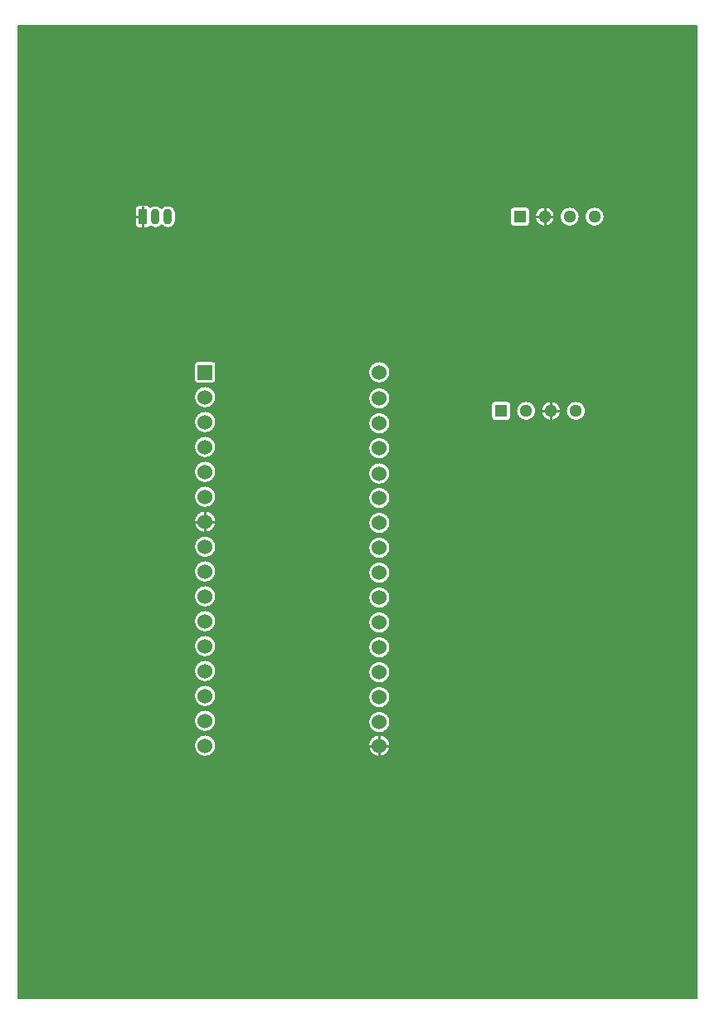
<source format=gbl>
G04 Layer: BottomLayer*
G04 EasyEDA Pro v2.1.59.0ce47373.225d47, 2024-05-28 20:03:57*
G04 Gerber Generator version 0.3*
G04 Scale: 100 percent, Rotated: No, Reflected: No*
G04 Dimensions in millimeters*
G04 Leading zeros omitted, absolute positions, 3 integers and 5 decimals*
%FSLAX35Y35*%
%MOMM*%
%ADD8191C,0.2032*%
%ADD10C,0.254*%
%ADD11O,0.9X1.6*%
%ADD12R,0.9X1.6*%
%ADD13R,1.524X1.524*%
%ADD14C,1.524*%
%ADD15C,1.2954*%
%ADD16R,1.3098X1.2954*%
%ADD17R,1.2954X1.2954*%
G75*


G04 Copper Start*
G36*
G01X-35814Y9964186D02*
G01X-35814Y35814D01*
G01X-6964186D01*
G01Y9964186D01*
G01X-35814D01*
G37*
%LPC*%
G36*
G01X-5644600Y7897886D02*
G03X-5613504Y7915933I0J35814D01*
G03X-5562600Y7897886I50904J62767D01*
G03X-5499100Y7928714I0J80814D01*
G03X-5435600Y7897886I63500J49986D01*
G03X-5354786Y7978700I0J80814D01*
G01Y8048700D01*
G03X-5435600Y8129514I-80814J0D01*
G03X-5499100Y8098686I0J-80814D01*
G03X-5562600Y8129514I-63500J-49986D01*
G03X-5613504Y8111467I0J-80814D01*
G03X-5644600Y8129514I-31096J-17767D01*
G01X-5734600D01*
G03X-5770414Y8093700I0J-35814D01*
G01Y7933700D01*
G03X-5734600Y7897886I35814J0D01*
G01X-5644600D01*
G37*
G36*
G01X-5166614Y6350000D02*
G03X-5130800Y6314186I35814J0D01*
G01X-4978400D01*
G03X-4942586Y6350000I0J35814D01*
G01Y6502400D01*
G03X-4978400Y6538214I-35814J0D01*
G01X-5130800D01*
G03X-5166614Y6502400I0J-35814D01*
G01Y6350000D01*
G37*
G36*
G01X-3276600Y6314186D02*
G03X-3164586Y6426200I0J112014D01*
G03X-3276600Y6538214I-112014J0D01*
G03X-3388614Y6426200I0J-112014D01*
G03X-3276600Y6314186I112014J0D01*
G37*
G36*
G01X-5166614Y2870200D02*
G03X-5054600Y2758186I112014J0D01*
G03X-4942586Y2870200I0J112014D01*
G03X-5054600Y2982214I-112014J0D01*
G03X-5166614Y2870200I0J-112014D01*
G37*
G36*
G01X-3276600Y2999643D02*
G03X-3164586Y3111657I0J112014D01*
G03X-3276600Y3223671I-112014J0D01*
G03X-3388614Y3111657I0J-112014D01*
G03X-3276600Y2999643I112014J0D01*
G37*
G36*
G01X-5166614Y3124200D02*
G03X-5054600Y3012186I112014J0D01*
G03X-4942586Y3124200I0J112014D01*
G03X-5054600Y3236214I-112014J0D01*
G03X-5166614Y3124200I0J-112014D01*
G37*
G36*
G01X-3276600Y3253643D02*
G03X-3164586Y3365657I0J112014D01*
G03X-3276600Y3477671I-112014J0D01*
G03X-3388614Y3365657I0J-112014D01*
G03X-3276600Y3253643I112014J0D01*
G37*
G36*
G01X-5054600Y3266186D02*
G03X-4942586Y3378200I0J112014D01*
G03X-5054600Y3490214I-112014J0D01*
G03X-5166614Y3378200I0J-112014D01*
G03X-5054600Y3266186I112014J0D01*
G37*
G36*
G01X-3276600Y3507643D02*
G03X-3164586Y3619657I0J112014D01*
G03X-3276600Y3731671I-112014J0D01*
G03X-3388614Y3619657I0J-112014D01*
G03X-3276600Y3507643I112014J0D01*
G37*
G36*
G01X-5166614Y3632200D02*
G03X-5054600Y3520186I112014J0D01*
G03X-4942586Y3632200I0J112014D01*
G03X-5054600Y3744214I-112014J0D01*
G03X-5166614Y3632200I0J-112014D01*
G37*
G36*
G01X-3388614Y3873657D02*
G03X-3276600Y3761643I112014J0D01*
G03X-3164586Y3873657I0J112014D01*
G03X-3276600Y3985671I-112014J0D01*
G03X-3388614Y3873657I0J-112014D01*
G37*
G36*
G01X-5166614Y3886200D02*
G03X-5054600Y3774186I112014J0D01*
G03X-4942586Y3886200I0J112014D01*
G03X-5054600Y3998214I-112014J0D01*
G03X-5166614Y3886200I0J-112014D01*
G37*
G36*
G01X-3388614Y4127657D02*
G03X-3276600Y4015643I112014J0D01*
G03X-3164586Y4127657I0J112014D01*
G03X-3276600Y4239671I-112014J0D01*
G03X-3388614Y4127657I0J-112014D01*
G37*
G36*
G01X-5166614Y4140200D02*
G03X-5054600Y4028186I112014J0D01*
G03X-4942586Y4140200I0J112014D01*
G03X-5054600Y4252214I-112014J0D01*
G03X-5166614Y4140200I0J-112014D01*
G37*
G36*
G01X-3388614Y4381657D02*
G03X-3276600Y4269643I112014J0D01*
G03X-3164586Y4381657I0J112014D01*
G03X-3276600Y4493671I-112014J0D01*
G03X-3388614Y4381657I0J-112014D01*
G37*
G36*
G01X-5054600Y4282186D02*
G03X-4942586Y4394200I0J112014D01*
G03X-5054600Y4506214I-112014J0D01*
G03X-5166614Y4394200I0J-112014D01*
G03X-5054600Y4282186I112014J0D01*
G37*
G36*
G01X-3276600Y4523643D02*
G03X-3164586Y4635657I0J112014D01*
G03X-3276600Y4747671I-112014J0D01*
G03X-3388614Y4635657I0J-112014D01*
G03X-3276600Y4523643I112014J0D01*
G37*
G36*
G01X-5054600Y4534012D02*
G03X-4942586Y4646026I0J112014D01*
G03X-5054600Y4758040I-112014J0D01*
G03X-5166614Y4646026I0J-112014D01*
G03X-5054600Y4534012I112014J0D01*
G37*
G36*
G01X-3276600Y4777643D02*
G03X-3164586Y4889657I0J112014D01*
G03X-3276600Y5001671I-112014J0D01*
G03X-3388614Y4889657I0J-112014D01*
G03X-3276600Y4777643I112014J0D01*
G37*
G36*
G01X-5054600Y4790186D02*
G03X-4942586Y4902200I0J112014D01*
G03X-5054600Y5014214I-112014J0D01*
G03X-5166614Y4902200I0J-112014D01*
G03X-5054600Y4790186I112014J0D01*
G37*
G36*
G01X-3388614Y5143657D02*
G03X-3276600Y5031643I112014J0D01*
G03X-3164586Y5143657I0J112014D01*
G03X-3276600Y5255671I-112014J0D01*
G03X-3388614Y5143657I0J-112014D01*
G37*
G36*
G01X-5054600Y5044186D02*
G03X-4942586Y5156200I0J112014D01*
G03X-5054600Y5268214I-112014J0D01*
G03X-5166614Y5156200I0J-112014D01*
G03X-5054600Y5044186I112014J0D01*
G37*
G36*
G01X-3388614Y5393450D02*
G03X-3276600Y5281436I112014J0D01*
G03X-3164586Y5393450I0J112014D01*
G03X-3276600Y5505464I-112014J0D01*
G03X-3388614Y5393450I0J-112014D01*
G37*
G36*
G01X-5054600Y5298186D02*
G03X-4942586Y5410200I0J112014D01*
G03X-5054600Y5522214I-112014J0D01*
G03X-5166614Y5410200I0J-112014D01*
G03X-5054600Y5298186I112014J0D01*
G37*
G36*
G01X-3276600Y5539643D02*
G03X-3164586Y5651657I0J112014D01*
G03X-3276600Y5763671I-112014J0D01*
G03X-3388614Y5651657I0J-112014D01*
G03X-3276600Y5539643I112014J0D01*
G37*
G36*
G01X-5054600Y5552186D02*
G03X-4942586Y5664200I0J112014D01*
G03X-5054600Y5776214I-112014J0D01*
G03X-5166614Y5664200I0J-112014D01*
G03X-5054600Y5552186I112014J0D01*
G37*
G36*
G01X-3276600Y5793643D02*
G03X-3164586Y5905657I0J112014D01*
G03X-3276600Y6017671I-112014J0D01*
G03X-3388614Y5905657I0J-112014D01*
G03X-3276600Y5793643I112014J0D01*
G37*
G36*
G01X-5166614Y5918200D02*
G03X-5054600Y5806186I112014J0D01*
G03X-4942586Y5918200I0J112014D01*
G03X-5054600Y6030214I-112014J0D01*
G03X-5166614Y5918200I0J-112014D01*
G37*
G36*
G01X-3276600Y2745643D02*
G03X-3164586Y2857657I0J112014D01*
G03X-3276600Y2969671I-112014J0D01*
G03X-3388614Y2857657I0J-112014D01*
G03X-3276600Y2745643I112014J0D01*
G37*
G36*
G01X-5166614Y2616200D02*
G03X-5054600Y2504186I112014J0D01*
G03X-4942586Y2616200I0J112014D01*
G03X-5054600Y2728214I-112014J0D01*
G03X-5166614Y2616200I0J-112014D01*
G37*
G36*
G01X-3276600Y6047643D02*
G03X-3164586Y6159657I0J112014D01*
G03X-3276600Y6271671I-112014J0D01*
G03X-3388614Y6159657I0J-112014D01*
G03X-3276600Y6047643I112014J0D01*
G37*
G36*
G01X-5054600Y6060186D02*
G03X-4942586Y6172200I0J112014D01*
G03X-5054600Y6284214I-112014J0D01*
G03X-5166614Y6172200I0J-112014D01*
G03X-5054600Y6060186I112014J0D01*
G37*
G36*
G01X-3276600Y2504186D02*
G03X-3164586Y2616200I0J112014D01*
G03X-3276600Y2728214I-112014J0D01*
G03X-3388614Y2616200I0J-112014D01*
G03X-3276600Y2504186I112014J0D01*
G37*
G36*
G01X-1942084Y7948930D02*
G03X-1906270Y7913116I35814J0D01*
G01X-1776730D01*
G03X-1740916Y7948930I0J35814D01*
G01Y8078470D01*
G03X-1776730Y8114284I-35814J0D01*
G01X-1906270D01*
G03X-1942084Y8078470I0J-35814D01*
G01Y7948930D01*
G37*
G36*
G01X-1270000Y5931916D02*
G03X-1169416Y6032500I0J100584D01*
G03X-1270000Y6133084I-100584J0D01*
G03X-1370584Y6032500I0J-100584D01*
G03X-1270000Y5931916I100584J0D01*
G37*
G36*
G01X-1524000Y5931916D02*
G03X-1423416Y6032500I0J100584D01*
G03X-1524000Y6133084I-100584J0D01*
G03X-1624584Y6032500I0J-100584D01*
G03X-1524000Y5931916I100584J0D01*
G37*
G36*
G01X-1967230Y5931916D02*
G03X-1931416Y5967730I0J35814D01*
G01Y6097270D01*
G03X-1967230Y6133084I-35814J0D01*
G01X-2096770D01*
G03X-2132584Y6097270I0J-35814D01*
G01Y5967730D01*
G03X-2096770Y5931916I35814J0D01*
G01X-1967230D01*
G37*
G36*
G01X-1878584Y6032500D02*
G03X-1778000Y5931916I100584J0D01*
G03X-1677416Y6032500I0J100584D01*
G03X-1778000Y6133084I-100584J0D01*
G03X-1878584Y6032500I0J-100584D01*
G37*
G36*
G01X-1079500Y7913116D02*
G03X-978916Y8013700I0J100584D01*
G03X-1079500Y8114284I-100584J0D01*
G03X-1180084Y8013700I0J-100584D01*
G03X-1079500Y7913116I100584J0D01*
G37*
G36*
G01X-1333500Y7913116D02*
G03X-1232916Y8013700I0J100584D01*
G03X-1333500Y8114284I-100584J0D01*
G03X-1434084Y8013700I0J-100584D01*
G03X-1333500Y7913116I100584J0D01*
G37*
G36*
G01X-1587500Y7913116D02*
G03X-1486916Y8013700I0J100584D01*
G03X-1587500Y8114284I-100584J0D01*
G03X-1688084Y8013700I0J-100584D01*
G03X-1587500Y7913116I100584J0D01*
G37*
%LPD*%
G54D8191*
G01X-35814Y9964186D02*
G01X-35814Y35814D01*
G01X-6964186D01*
G01Y9964186D01*
G01X-35814D01*
G01X-5644600Y7897886D02*
G03X-5613504Y7915933I0J35814D01*
G03X-5562600Y7897886I50904J62767D01*
G03X-5499100Y7928714I0J80814D01*
G03X-5435600Y7897886I63500J49986D01*
G03X-5354786Y7978700I0J80814D01*
G01Y8048700D01*
G03X-5435600Y8129514I-80814J0D01*
G03X-5499100Y8098686I0J-80814D01*
G03X-5562600Y8129514I-63500J-49986D01*
G03X-5613504Y8111467I0J-80814D01*
G03X-5644600Y8129514I-31096J-17767D01*
G01X-5734600D01*
G03X-5770414Y8093700I0J-35814D01*
G01Y7933700D01*
G03X-5734600Y7897886I35814J0D01*
G01X-5644600D01*
G01X-5166614Y6350000D02*
G03X-5130800Y6314186I35814J0D01*
G01X-4978400D01*
G03X-4942586Y6350000I0J35814D01*
G01Y6502400D01*
G03X-4978400Y6538214I-35814J0D01*
G01X-5130800D01*
G03X-5166614Y6502400I0J-35814D01*
G01Y6350000D01*
G01X-3276600Y6314186D02*
G03X-3164586Y6426200I0J112014D01*
G03X-3276600Y6538214I-112014J0D01*
G03X-3388614Y6426200I0J-112014D01*
G03X-3276600Y6314186I112014J0D01*
G01X-5166614Y2870200D02*
G03X-5054600Y2758186I112014J0D01*
G03X-4942586Y2870200I0J112014D01*
G03X-5054600Y2982214I-112014J0D01*
G03X-5166614Y2870200I0J-112014D01*
G01X-3276600Y2999643D02*
G03X-3164586Y3111657I0J112014D01*
G03X-3276600Y3223671I-112014J0D01*
G03X-3388614Y3111657I0J-112014D01*
G03X-3276600Y2999643I112014J0D01*
G01X-5166614Y3124200D02*
G03X-5054600Y3012186I112014J0D01*
G03X-4942586Y3124200I0J112014D01*
G03X-5054600Y3236214I-112014J0D01*
G03X-5166614Y3124200I0J-112014D01*
G01X-3276600Y3253643D02*
G03X-3164586Y3365657I0J112014D01*
G03X-3276600Y3477671I-112014J0D01*
G03X-3388614Y3365657I0J-112014D01*
G03X-3276600Y3253643I112014J0D01*
G01X-5054600Y3266186D02*
G03X-4942586Y3378200I0J112014D01*
G03X-5054600Y3490214I-112014J0D01*
G03X-5166614Y3378200I0J-112014D01*
G03X-5054600Y3266186I112014J0D01*
G01X-3276600Y3507643D02*
G03X-3164586Y3619657I0J112014D01*
G03X-3276600Y3731671I-112014J0D01*
G03X-3388614Y3619657I0J-112014D01*
G03X-3276600Y3507643I112014J0D01*
G01X-5166614Y3632200D02*
G03X-5054600Y3520186I112014J0D01*
G03X-4942586Y3632200I0J112014D01*
G03X-5054600Y3744214I-112014J0D01*
G03X-5166614Y3632200I0J-112014D01*
G01X-3388614Y3873657D02*
G03X-3276600Y3761643I112014J0D01*
G03X-3164586Y3873657I0J112014D01*
G03X-3276600Y3985671I-112014J0D01*
G03X-3388614Y3873657I0J-112014D01*
G01X-5166614Y3886200D02*
G03X-5054600Y3774186I112014J0D01*
G03X-4942586Y3886200I0J112014D01*
G03X-5054600Y3998214I-112014J0D01*
G03X-5166614Y3886200I0J-112014D01*
G01X-3388614Y4127657D02*
G03X-3276600Y4015643I112014J0D01*
G03X-3164586Y4127657I0J112014D01*
G03X-3276600Y4239671I-112014J0D01*
G03X-3388614Y4127657I0J-112014D01*
G01X-5166614Y4140200D02*
G03X-5054600Y4028186I112014J0D01*
G03X-4942586Y4140200I0J112014D01*
G03X-5054600Y4252214I-112014J0D01*
G03X-5166614Y4140200I0J-112014D01*
G01X-3388614Y4381657D02*
G03X-3276600Y4269643I112014J0D01*
G03X-3164586Y4381657I0J112014D01*
G03X-3276600Y4493671I-112014J0D01*
G03X-3388614Y4381657I0J-112014D01*
G01X-5054600Y4282186D02*
G03X-4942586Y4394200I0J112014D01*
G03X-5054600Y4506214I-112014J0D01*
G03X-5166614Y4394200I0J-112014D01*
G03X-5054600Y4282186I112014J0D01*
G01X-3276600Y4523643D02*
G03X-3164586Y4635657I0J112014D01*
G03X-3276600Y4747671I-112014J0D01*
G03X-3388614Y4635657I0J-112014D01*
G03X-3276600Y4523643I112014J0D01*
G01X-5054600Y4534012D02*
G03X-4942586Y4646026I0J112014D01*
G03X-5054600Y4758040I-112014J0D01*
G03X-5166614Y4646026I0J-112014D01*
G03X-5054600Y4534012I112014J0D01*
G01X-3276600Y4777643D02*
G03X-3164586Y4889657I0J112014D01*
G03X-3276600Y5001671I-112014J0D01*
G03X-3388614Y4889657I0J-112014D01*
G03X-3276600Y4777643I112014J0D01*
G01X-5054600Y4790186D02*
G03X-4942586Y4902200I0J112014D01*
G03X-5054600Y5014214I-112014J0D01*
G03X-5166614Y4902200I0J-112014D01*
G03X-5054600Y4790186I112014J0D01*
G01X-3388614Y5143657D02*
G03X-3276600Y5031643I112014J0D01*
G03X-3164586Y5143657I0J112014D01*
G03X-3276600Y5255671I-112014J0D01*
G03X-3388614Y5143657I0J-112014D01*
G01X-5054600Y5044186D02*
G03X-4942586Y5156200I0J112014D01*
G03X-5054600Y5268214I-112014J0D01*
G03X-5166614Y5156200I0J-112014D01*
G03X-5054600Y5044186I112014J0D01*
G01X-3388614Y5393450D02*
G03X-3276600Y5281436I112014J0D01*
G03X-3164586Y5393450I0J112014D01*
G03X-3276600Y5505464I-112014J0D01*
G03X-3388614Y5393450I0J-112014D01*
G01X-5054600Y5298186D02*
G03X-4942586Y5410200I0J112014D01*
G03X-5054600Y5522214I-112014J0D01*
G03X-5166614Y5410200I0J-112014D01*
G03X-5054600Y5298186I112014J0D01*
G01X-3276600Y5539643D02*
G03X-3164586Y5651657I0J112014D01*
G03X-3276600Y5763671I-112014J0D01*
G03X-3388614Y5651657I0J-112014D01*
G03X-3276600Y5539643I112014J0D01*
G01X-5054600Y5552186D02*
G03X-4942586Y5664200I0J112014D01*
G03X-5054600Y5776214I-112014J0D01*
G03X-5166614Y5664200I0J-112014D01*
G03X-5054600Y5552186I112014J0D01*
G01X-3276600Y5793643D02*
G03X-3164586Y5905657I0J112014D01*
G03X-3276600Y6017671I-112014J0D01*
G03X-3388614Y5905657I0J-112014D01*
G03X-3276600Y5793643I112014J0D01*
G01X-5166614Y5918200D02*
G03X-5054600Y5806186I112014J0D01*
G03X-4942586Y5918200I0J112014D01*
G03X-5054600Y6030214I-112014J0D01*
G03X-5166614Y5918200I0J-112014D01*
G01X-3276600Y2745643D02*
G03X-3164586Y2857657I0J112014D01*
G03X-3276600Y2969671I-112014J0D01*
G03X-3388614Y2857657I0J-112014D01*
G03X-3276600Y2745643I112014J0D01*
G01X-5166614Y2616200D02*
G03X-5054600Y2504186I112014J0D01*
G03X-4942586Y2616200I0J112014D01*
G03X-5054600Y2728214I-112014J0D01*
G03X-5166614Y2616200I0J-112014D01*
G01X-3276600Y6047643D02*
G03X-3164586Y6159657I0J112014D01*
G03X-3276600Y6271671I-112014J0D01*
G03X-3388614Y6159657I0J-112014D01*
G03X-3276600Y6047643I112014J0D01*
G01X-5054600Y6060186D02*
G03X-4942586Y6172200I0J112014D01*
G03X-5054600Y6284214I-112014J0D01*
G03X-5166614Y6172200I0J-112014D01*
G03X-5054600Y6060186I112014J0D01*
G01X-3276600Y2504186D02*
G03X-3164586Y2616200I0J112014D01*
G03X-3276600Y2728214I-112014J0D01*
G03X-3388614Y2616200I0J-112014D01*
G03X-3276600Y2504186I112014J0D01*
G01X-1942084Y7948930D02*
G03X-1906270Y7913116I35814J0D01*
G01X-1776730D01*
G03X-1740916Y7948930I0J35814D01*
G01Y8078470D01*
G03X-1776730Y8114284I-35814J0D01*
G01X-1906270D01*
G03X-1942084Y8078470I0J-35814D01*
G01Y7948930D01*
G01X-1270000Y5931916D02*
G03X-1169416Y6032500I0J100584D01*
G03X-1270000Y6133084I-100584J0D01*
G03X-1370584Y6032500I0J-100584D01*
G03X-1270000Y5931916I100584J0D01*
G01X-1524000Y5931916D02*
G03X-1423416Y6032500I0J100584D01*
G03X-1524000Y6133084I-100584J0D01*
G03X-1624584Y6032500I0J-100584D01*
G03X-1524000Y5931916I100584J0D01*
G01X-1967230Y5931916D02*
G03X-1931416Y5967730I0J35814D01*
G01Y6097270D01*
G03X-1967230Y6133084I-35814J0D01*
G01X-2096770D01*
G03X-2132584Y6097270I0J-35814D01*
G01Y5967730D01*
G03X-2096770Y5931916I35814J0D01*
G01X-1967230D01*
G01X-1878584Y6032500D02*
G03X-1778000Y5931916I100584J0D01*
G03X-1677416Y6032500I0J100584D01*
G03X-1778000Y6133084I-100584J0D01*
G03X-1878584Y6032500I0J-100584D01*
G01X-1079500Y7913116D02*
G03X-978916Y8013700I0J100584D01*
G03X-1079500Y8114284I-100584J0D01*
G03X-1180084Y8013700I0J-100584D01*
G03X-1079500Y7913116I100584J0D01*
G01X-1333500Y7913116D02*
G03X-1232916Y8013700I0J100584D01*
G03X-1333500Y8114284I-100584J0D01*
G03X-1434084Y8013700I0J-100584D01*
G03X-1333500Y7913116I100584J0D01*
G01X-1587500Y7913116D02*
G03X-1486916Y8013700I0J100584D01*
G03X-1587500Y8114284I-100584J0D01*
G03X-1688084Y8013700I0J-100584D01*
G03X-1587500Y7913116I100584J0D01*
G54D10*
G01X-5689600Y8013700D02*
G01X-5760508Y8013700D01*
G01X-5689600Y8013700D02*
G01X-5689600Y8119608D01*
G01X-5689600Y8013700D02*
G01X-5689600Y7907792D01*
G01X-5054600Y4902200D02*
G01X-5156708Y4902200D01*
G01X-5054600Y4902200D02*
G01X-4952492Y4902200D01*
G01X-5054600Y4902200D02*
G01X-5054600Y5004308D01*
G01X-5054600Y4902200D02*
G01X-5054600Y4800092D01*
G01X-3276600Y2616200D02*
G01X-3378708Y2616200D01*
G01X-3276600Y2616200D02*
G01X-3174492Y2616200D01*
G01X-3276600Y2616200D02*
G01X-3276600Y2718308D01*
G01X-3276600Y2616200D02*
G01X-3276600Y2514092D01*
G01X-1587500Y8013700D02*
G01X-1496822Y8013700D01*
G01X-1587500Y8013700D02*
G01X-1678178Y8013700D01*
G01X-1587500Y8013700D02*
G01X-1587500Y7923022D01*
G01X-1587500Y8013700D02*
G01X-1587500Y8104378D01*
G01X-1524000Y6032500D02*
G01X-1433322Y6032500D01*
G01X-1524000Y6032500D02*
G01X-1614678Y6032500D01*
G01X-1524000Y6032500D02*
G01X-1524000Y5941822D01*
G01X-1524000Y6032500D02*
G01X-1524000Y6123178D01*
G04 Copper End*

G04 Pad Start*
G54D11*
G01X-5435600Y8013700D03*
G01X-5562600Y8013700D03*
G54D12*
G01X-5689600Y8013700D03*
G54D13*
G01X-5054600Y6426200D03*
G54D14*
G01X-5054600Y6172200D03*
G01X-5054600Y5918200D03*
G01X-5054600Y5664200D03*
G01X-5054600Y5410200D03*
G01X-5054600Y5156200D03*
G01X-5054600Y4902200D03*
G01X-5054600Y4646026D03*
G01X-5054600Y4394200D03*
G01X-5054600Y4140200D03*
G01X-5054600Y3886200D03*
G01X-5054600Y3632200D03*
G01X-5054600Y3378200D03*
G01X-5054600Y2870200D03*
G01X-5054600Y2616200D03*
G01X-5054600Y3124200D03*
G01X-3276600Y2616200D03*
G01X-3276600Y6159657D03*
G01X-3276600Y5905657D03*
G01X-3276600Y5651657D03*
G01X-3276600Y5393450D03*
G01X-3276600Y5143657D03*
G01X-3276600Y4889657D03*
G01X-3276600Y4635657D03*
G01X-3276600Y4381657D03*
G01X-3276600Y4127657D03*
G01X-3276600Y3873657D03*
G01X-3276600Y3619657D03*
G01X-3276600Y3365657D03*
G01X-3276600Y3111657D03*
G01X-3276600Y2857657D03*
G01X-3276600Y6426200D03*
G54D15*
G01X-1079500Y8013700D03*
G01X-1333500Y8013700D03*
G01X-1587500Y8013700D03*
G54D17*
G01X-1841500Y8013700D03*
G54D15*
G01X-1270000Y6032500D03*
G01X-1524000Y6032500D03*
G01X-1778000Y6032500D03*
G54D17*
G01X-2032000Y6032500D03*
G04 Pad End*

M02*

</source>
